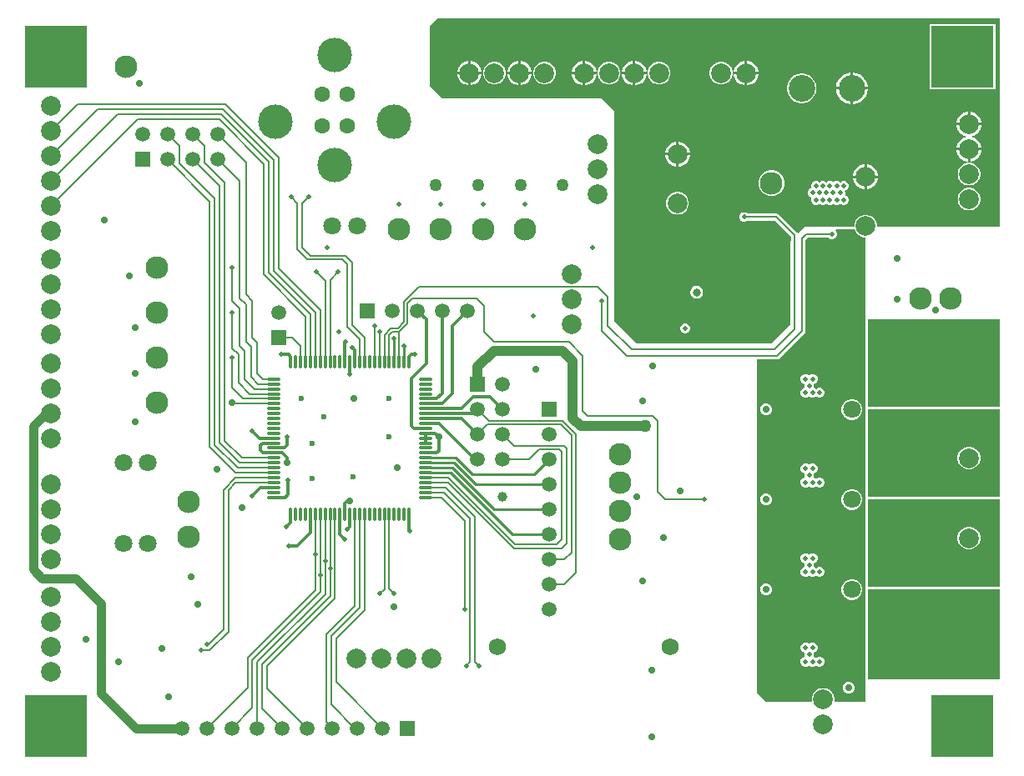
<source format=gtl>
G04*
G04 #@! TF.GenerationSoftware,Altium Limited,Altium Designer,22.8.2 (66)*
G04*
G04 Layer_Physical_Order=1*
G04 Layer_Color=255*
%FSLAX44Y44*%
%MOMM*%
G71*
G04*
G04 #@! TF.SameCoordinates,5F540E87-1B0C-4F24-9FDC-59AD78F45D3A*
G04*
G04*
G04 #@! TF.FilePolarity,Positive*
G04*
G01*
G75*
%ADD10C,0.2000*%
%ADD12C,0.2500*%
%ADD15C,0.3000*%
%ADD16O,0.3000X1.4500*%
%ADD17O,1.4500X0.3000*%
%ADD38C,0.9000*%
%ADD39C,1.0000*%
%ADD40C,0.3810*%
%ADD41C,2.3000*%
%ADD42C,2.0000*%
%ADD43C,1.8000*%
%ADD44R,1.5000X1.5000*%
%ADD45C,1.5000*%
%ADD46R,1.5000X1.5000*%
%ADD47C,1.7500*%
%ADD48C,2.7000*%
%ADD49C,3.5000*%
%ADD50C,1.6000*%
%ADD51R,6.3500X6.3500*%
%ADD52C,0.5000*%
%ADD53C,0.7000*%
%ADD54C,0.6000*%
%ADD55C,1.0000*%
%ADD56C,0.4900*%
%ADD57C,0.8000*%
%ADD58C,1.2700*%
G36*
X1456520Y938530D02*
X1332320D01*
Y940847D01*
X1331535Y943777D01*
X1330018Y946404D01*
X1327874Y948548D01*
X1325247Y950065D01*
X1322317Y950850D01*
X1319283D01*
X1316353Y950065D01*
X1313727Y948548D01*
X1311582Y946404D01*
X1310065Y943777D01*
X1309280Y940847D01*
Y938530D01*
X1258892D01*
X1252624Y932262D01*
X1251360Y932387D01*
X1251163Y932682D01*
X1232873Y950972D01*
X1231702Y951755D01*
X1230321Y952029D01*
X1201058D01*
X1200437Y952650D01*
X1198603Y953410D01*
X1196617D01*
X1194783Y952650D01*
X1193380Y951247D01*
X1192620Y949413D01*
Y947427D01*
X1193380Y945593D01*
X1194783Y944190D01*
X1196617Y943430D01*
X1198603D01*
X1200437Y944190D01*
X1201058Y944811D01*
X1228826D01*
X1245001Y928635D01*
Y924640D01*
X1244390Y924028D01*
Y839470D01*
X1225220Y820300D01*
X1088500D01*
X1065540Y843260D01*
Y1056630D01*
X1052830Y1069340D01*
X891580Y1069340D01*
X878840Y1082080D01*
Y1143000D01*
X886500Y1150660D01*
X1456520D01*
Y938530D01*
D02*
G37*
G36*
X1310065Y934883D02*
X1311582Y932256D01*
X1313727Y930112D01*
X1316353Y928595D01*
X1319283Y927810D01*
X1320800D01*
Y455930D01*
X1289909D01*
X1289136Y456938D01*
X1289140Y456953D01*
Y459987D01*
X1288355Y462917D01*
X1286838Y465544D01*
X1284693Y467688D01*
X1282067Y469205D01*
X1279137Y469990D01*
X1276103D01*
X1273173Y469205D01*
X1270546Y467688D01*
X1268402Y465544D01*
X1266885Y462917D01*
X1266100Y459987D01*
Y456953D01*
X1266104Y456938D01*
X1265331Y455930D01*
X1219910D01*
X1210310Y465530D01*
Y804111D01*
X1230843D01*
X1232224Y804385D01*
X1233395Y805168D01*
X1258582Y830355D01*
X1259365Y831526D01*
X1259639Y832907D01*
Y925488D01*
X1261822Y927670D01*
X1283062D01*
X1283683Y927049D01*
X1285517Y926289D01*
X1287503D01*
X1289337Y927049D01*
X1290740Y928453D01*
X1291500Y930287D01*
Y932272D01*
X1290740Y934106D01*
X1290176Y934670D01*
X1290702Y935940D01*
X1309280D01*
X1309756Y936035D01*
X1310065Y934883D01*
D02*
G37*
G36*
X1456520Y755701D02*
X1323390D01*
Y844551D01*
X1456520D01*
Y755701D01*
D02*
G37*
G36*
Y664260D02*
X1323390D01*
Y753111D01*
X1456520D01*
Y664260D01*
D02*
G37*
G36*
Y572820D02*
X1323390D01*
Y661670D01*
X1456520D01*
Y572820D01*
D02*
G37*
G36*
Y478790D02*
X1323390D01*
Y570230D01*
X1456520D01*
Y478790D01*
D02*
G37*
%LPC*%
G36*
X1201171Y1107280D02*
X1200790D01*
Y1096010D01*
X1212060D01*
Y1096391D01*
X1211205Y1099580D01*
X1209555Y1102440D01*
X1207220Y1104774D01*
X1204360Y1106425D01*
X1201171Y1107280D01*
D02*
G37*
G36*
X1198250D02*
X1197869D01*
X1194680Y1106425D01*
X1191820Y1104774D01*
X1189485Y1102440D01*
X1187835Y1099580D01*
X1186980Y1096391D01*
Y1096010D01*
X1198250D01*
Y1107280D01*
D02*
G37*
G36*
X1087501D02*
X1087120D01*
Y1096010D01*
X1098390D01*
Y1096391D01*
X1097535Y1099580D01*
X1095884Y1102440D01*
X1093550Y1104774D01*
X1090690Y1106425D01*
X1087501Y1107280D01*
D02*
G37*
G36*
X1084580D02*
X1084199D01*
X1081010Y1106425D01*
X1078150Y1104774D01*
X1075816Y1102440D01*
X1074165Y1099580D01*
X1073310Y1096391D01*
Y1096010D01*
X1084580D01*
Y1107280D01*
D02*
G37*
G36*
X1036701D02*
X1036320D01*
Y1096010D01*
X1047590D01*
Y1096391D01*
X1046735Y1099580D01*
X1045085Y1102440D01*
X1042750Y1104774D01*
X1039890Y1106425D01*
X1036701Y1107280D01*
D02*
G37*
G36*
X1033780D02*
X1033399D01*
X1030210Y1106425D01*
X1027350Y1104774D01*
X1025015Y1102440D01*
X1023365Y1099580D01*
X1022510Y1096391D01*
Y1096010D01*
X1033780D01*
Y1107280D01*
D02*
G37*
G36*
X971301D02*
X970920D01*
Y1096010D01*
X982190D01*
Y1096391D01*
X981335Y1099580D01*
X979685Y1102440D01*
X977350Y1104774D01*
X974490Y1106425D01*
X971301Y1107280D01*
D02*
G37*
G36*
X968380D02*
X967999D01*
X964810Y1106425D01*
X961950Y1104774D01*
X959615Y1102440D01*
X957965Y1099580D01*
X957110Y1096391D01*
Y1096010D01*
X968380D01*
Y1107280D01*
D02*
G37*
G36*
X920501D02*
X920120D01*
Y1096010D01*
X931390D01*
Y1096391D01*
X930535Y1099580D01*
X928885Y1102440D01*
X926550Y1104774D01*
X923690Y1106425D01*
X920501Y1107280D01*
D02*
G37*
G36*
X917580D02*
X917199D01*
X914010Y1106425D01*
X911150Y1104774D01*
X908816Y1102440D01*
X907165Y1099580D01*
X906310Y1096391D01*
Y1096010D01*
X917580D01*
Y1107280D01*
D02*
G37*
G36*
X1175637Y1106260D02*
X1172603D01*
X1169673Y1105475D01*
X1167047Y1103958D01*
X1164902Y1101814D01*
X1163385Y1099187D01*
X1162600Y1096257D01*
Y1093223D01*
X1163385Y1090293D01*
X1164902Y1087666D01*
X1167047Y1085522D01*
X1169673Y1084005D01*
X1172603Y1083220D01*
X1175637D01*
X1178567Y1084005D01*
X1181193Y1085522D01*
X1183338Y1087666D01*
X1184855Y1090293D01*
X1185640Y1093223D01*
Y1096257D01*
X1184855Y1099187D01*
X1183338Y1101814D01*
X1181193Y1103958D01*
X1178567Y1105475D01*
X1175637Y1106260D01*
D02*
G37*
G36*
X1112767D02*
X1109733D01*
X1106803Y1105475D01*
X1104176Y1103958D01*
X1102032Y1101814D01*
X1100515Y1099187D01*
X1099730Y1096257D01*
Y1093223D01*
X1100515Y1090293D01*
X1102032Y1087666D01*
X1104176Y1085522D01*
X1106803Y1084005D01*
X1109733Y1083220D01*
X1112767D01*
X1115697Y1084005D01*
X1118324Y1085522D01*
X1120468Y1087666D01*
X1121985Y1090293D01*
X1122770Y1093223D01*
Y1096257D01*
X1121985Y1099187D01*
X1120468Y1101814D01*
X1118324Y1103958D01*
X1115697Y1105475D01*
X1112767Y1106260D01*
D02*
G37*
G36*
X1061967D02*
X1058933D01*
X1056003Y1105475D01*
X1053376Y1103958D01*
X1051232Y1101814D01*
X1049715Y1099187D01*
X1048930Y1096257D01*
Y1093223D01*
X1049715Y1090293D01*
X1051232Y1087666D01*
X1053376Y1085522D01*
X1056003Y1084005D01*
X1058933Y1083220D01*
X1061967D01*
X1064897Y1084005D01*
X1067523Y1085522D01*
X1069668Y1087666D01*
X1071185Y1090293D01*
X1071970Y1093223D01*
Y1096257D01*
X1071185Y1099187D01*
X1069668Y1101814D01*
X1067523Y1103958D01*
X1064897Y1105475D01*
X1061967Y1106260D01*
D02*
G37*
G36*
X996567D02*
X993533D01*
X990603Y1105475D01*
X987977Y1103958D01*
X985832Y1101814D01*
X984315Y1099187D01*
X983530Y1096257D01*
Y1093223D01*
X984315Y1090293D01*
X985832Y1087666D01*
X987977Y1085522D01*
X990603Y1084005D01*
X993533Y1083220D01*
X996567D01*
X999497Y1084005D01*
X1002123Y1085522D01*
X1004268Y1087666D01*
X1005785Y1090293D01*
X1006570Y1093223D01*
Y1096257D01*
X1005785Y1099187D01*
X1004268Y1101814D01*
X1002123Y1103958D01*
X999497Y1105475D01*
X996567Y1106260D01*
D02*
G37*
G36*
X945767D02*
X942733D01*
X939803Y1105475D01*
X937177Y1103958D01*
X935032Y1101814D01*
X933515Y1099187D01*
X932730Y1096257D01*
Y1093223D01*
X933515Y1090293D01*
X935032Y1087666D01*
X937177Y1085522D01*
X939803Y1084005D01*
X942733Y1083220D01*
X945767D01*
X948697Y1084005D01*
X951323Y1085522D01*
X953468Y1087666D01*
X954985Y1090293D01*
X955770Y1093223D01*
Y1096257D01*
X954985Y1099187D01*
X953468Y1101814D01*
X951323Y1103958D01*
X948697Y1105475D01*
X945767Y1106260D01*
D02*
G37*
G36*
X1212060Y1093470D02*
X1200790D01*
Y1082200D01*
X1201171D01*
X1204360Y1083055D01*
X1207220Y1084706D01*
X1209555Y1087040D01*
X1211205Y1089900D01*
X1212060Y1093089D01*
Y1093470D01*
D02*
G37*
G36*
X1198250D02*
X1186980D01*
Y1093089D01*
X1187835Y1089900D01*
X1189485Y1087040D01*
X1191820Y1084706D01*
X1194680Y1083055D01*
X1197869Y1082200D01*
X1198250D01*
Y1093470D01*
D02*
G37*
G36*
X1098390D02*
X1087120D01*
Y1082200D01*
X1087501D01*
X1090690Y1083055D01*
X1093550Y1084706D01*
X1095884Y1087040D01*
X1097535Y1089900D01*
X1098390Y1093089D01*
Y1093470D01*
D02*
G37*
G36*
X1084580D02*
X1073310D01*
Y1093089D01*
X1074165Y1089900D01*
X1075816Y1087040D01*
X1078150Y1084706D01*
X1081010Y1083055D01*
X1084199Y1082200D01*
X1084580D01*
Y1093470D01*
D02*
G37*
G36*
X1047590D02*
X1036320D01*
Y1082200D01*
X1036701D01*
X1039890Y1083055D01*
X1042750Y1084706D01*
X1045085Y1087040D01*
X1046735Y1089900D01*
X1047590Y1093089D01*
Y1093470D01*
D02*
G37*
G36*
X1033780D02*
X1022510D01*
Y1093089D01*
X1023365Y1089900D01*
X1025015Y1087040D01*
X1027350Y1084706D01*
X1030210Y1083055D01*
X1033399Y1082200D01*
X1033780D01*
Y1093470D01*
D02*
G37*
G36*
X982190D02*
X970920D01*
Y1082200D01*
X971301D01*
X974490Y1083055D01*
X977350Y1084706D01*
X979685Y1087040D01*
X981335Y1089900D01*
X982190Y1093089D01*
Y1093470D01*
D02*
G37*
G36*
X968380D02*
X957110D01*
Y1093089D01*
X957965Y1089900D01*
X959615Y1087040D01*
X961950Y1084706D01*
X964810Y1083055D01*
X967999Y1082200D01*
X968380D01*
Y1093470D01*
D02*
G37*
G36*
X931390D02*
X920120D01*
Y1082200D01*
X920501D01*
X923690Y1083055D01*
X926550Y1084706D01*
X928885Y1087040D01*
X930535Y1089900D01*
X931390Y1093089D01*
Y1093470D01*
D02*
G37*
G36*
X917580D02*
X906310D01*
Y1093089D01*
X907165Y1089900D01*
X908816Y1087040D01*
X911150Y1084706D01*
X914010Y1083055D01*
X917199Y1082200D01*
X917580D01*
Y1093470D01*
D02*
G37*
G36*
X1308410Y1095280D02*
X1308100D01*
Y1080510D01*
X1322870D01*
Y1080820D01*
X1322254Y1083919D01*
X1321044Y1086838D01*
X1319289Y1089465D01*
X1317055Y1091699D01*
X1314428Y1093455D01*
X1311509Y1094664D01*
X1308410Y1095280D01*
D02*
G37*
G36*
X1305560D02*
X1305250D01*
X1302151Y1094664D01*
X1299232Y1093455D01*
X1296605Y1091699D01*
X1294371Y1089465D01*
X1292616Y1086838D01*
X1291406Y1083919D01*
X1290790Y1080820D01*
Y1080510D01*
X1305560D01*
Y1095280D01*
D02*
G37*
G36*
X1452380Y1144520D02*
X1385840D01*
Y1077980D01*
X1452380D01*
Y1144520D01*
D02*
G37*
G36*
X1257509Y1094260D02*
X1254551D01*
X1251649Y1093683D01*
X1248915Y1092551D01*
X1246455Y1090907D01*
X1244363Y1088815D01*
X1242719Y1086355D01*
X1241587Y1083621D01*
X1241010Y1080719D01*
Y1077761D01*
X1241587Y1074859D01*
X1242719Y1072125D01*
X1244363Y1069665D01*
X1246455Y1067573D01*
X1248915Y1065929D01*
X1251649Y1064797D01*
X1254551Y1064220D01*
X1257509D01*
X1260411Y1064797D01*
X1263145Y1065929D01*
X1265605Y1067573D01*
X1267697Y1069665D01*
X1269341Y1072125D01*
X1270473Y1074859D01*
X1271050Y1077761D01*
Y1080719D01*
X1270473Y1083621D01*
X1269341Y1086355D01*
X1267697Y1088815D01*
X1265605Y1090907D01*
X1263145Y1092551D01*
X1260411Y1093683D01*
X1257509Y1094260D01*
D02*
G37*
G36*
X1322870Y1077970D02*
X1308100D01*
Y1063200D01*
X1308410D01*
X1311509Y1063816D01*
X1314428Y1065025D01*
X1317055Y1066781D01*
X1319289Y1069015D01*
X1321044Y1071642D01*
X1322254Y1074561D01*
X1322870Y1077660D01*
Y1077970D01*
D02*
G37*
G36*
X1305560D02*
X1290790D01*
Y1077660D01*
X1291406Y1074561D01*
X1292616Y1071642D01*
X1294371Y1069015D01*
X1296605Y1066781D01*
X1299232Y1065025D01*
X1302151Y1063816D01*
X1305250Y1063200D01*
X1305560D01*
Y1077970D01*
D02*
G37*
G36*
X1427353Y1055464D02*
X1426972D01*
Y1044194D01*
X1438242D01*
Y1044575D01*
X1437387Y1047764D01*
X1435737Y1050624D01*
X1433402Y1052959D01*
X1430542Y1054609D01*
X1427353Y1055464D01*
D02*
G37*
G36*
X1424432D02*
X1424051D01*
X1420862Y1054609D01*
X1418002Y1052959D01*
X1415668Y1050624D01*
X1414017Y1047764D01*
X1413162Y1044575D01*
Y1044194D01*
X1424432D01*
Y1055464D01*
D02*
G37*
G36*
X1438242Y1041654D02*
X1425702D01*
X1413162D01*
Y1041273D01*
X1414017Y1038084D01*
X1415668Y1035224D01*
X1418002Y1032889D01*
X1420862Y1031239D01*
X1422195Y1030881D01*
Y1029567D01*
X1420862Y1029209D01*
X1418002Y1027559D01*
X1415668Y1025224D01*
X1414017Y1022364D01*
X1413162Y1019175D01*
Y1018794D01*
X1425702D01*
X1438242D01*
Y1019175D01*
X1437387Y1022364D01*
X1435737Y1025224D01*
X1433402Y1027559D01*
X1430542Y1029209D01*
X1429209Y1029567D01*
Y1030881D01*
X1430542Y1031239D01*
X1433402Y1032889D01*
X1435737Y1035224D01*
X1437387Y1038084D01*
X1438242Y1041273D01*
Y1041654D01*
D02*
G37*
G36*
X1131570Y1025060D02*
X1131189D01*
Y1013790D01*
X1142459D01*
Y1014171D01*
X1141605Y1017360D01*
X1139954Y1020220D01*
X1137619Y1022554D01*
X1134759Y1024205D01*
X1131570Y1025060D01*
D02*
G37*
G36*
X1128649D02*
X1128268D01*
X1125079Y1024205D01*
X1122219Y1022554D01*
X1119885Y1020220D01*
X1118234Y1017360D01*
X1117379Y1014171D01*
Y1013790D01*
X1128649D01*
Y1025060D01*
D02*
G37*
G36*
X1438242Y1016254D02*
X1426972D01*
Y1004984D01*
X1427353D01*
X1430542Y1005839D01*
X1433402Y1007489D01*
X1435737Y1009824D01*
X1437387Y1012684D01*
X1438242Y1015873D01*
Y1016254D01*
D02*
G37*
G36*
X1424432D02*
X1413162D01*
Y1015873D01*
X1414017Y1012684D01*
X1415668Y1009824D01*
X1418002Y1007489D01*
X1420862Y1005839D01*
X1424051Y1004984D01*
X1424432D01*
Y1016254D01*
D02*
G37*
G36*
X1142459Y1011250D02*
X1131189D01*
Y999980D01*
X1131570D01*
X1134759Y1000835D01*
X1137619Y1002486D01*
X1139954Y1004820D01*
X1141605Y1007680D01*
X1142459Y1010869D01*
Y1011250D01*
D02*
G37*
G36*
X1128649D02*
X1117379D01*
Y1010869D01*
X1118234Y1007680D01*
X1119885Y1004820D01*
X1122219Y1002486D01*
X1125079Y1000835D01*
X1128268Y999980D01*
X1128649D01*
Y1011250D01*
D02*
G37*
G36*
X1322451Y1001870D02*
X1322070D01*
Y990600D01*
X1333340D01*
Y990981D01*
X1332485Y994170D01*
X1330835Y997030D01*
X1328500Y999364D01*
X1325640Y1001015D01*
X1322451Y1001870D01*
D02*
G37*
G36*
X1319530D02*
X1319149D01*
X1315960Y1001015D01*
X1313100Y999364D01*
X1310766Y997030D01*
X1309115Y994170D01*
X1308260Y990981D01*
Y990600D01*
X1319530D01*
Y1001870D01*
D02*
G37*
G36*
X1299505Y985042D02*
X1297500D01*
X1295647Y984274D01*
X1295002Y983629D01*
X1294357Y984274D01*
X1292505Y985042D01*
X1290500D01*
X1288647Y984274D01*
X1288002Y983629D01*
X1287357Y984274D01*
X1285505Y985042D01*
X1283500D01*
X1281647Y984274D01*
X1281002Y983629D01*
X1280357Y984274D01*
X1278505Y985042D01*
X1276500D01*
X1274647Y984274D01*
X1274002Y983629D01*
X1273357Y984274D01*
X1271505Y985042D01*
X1269500D01*
X1267647Y984274D01*
X1266229Y982857D01*
X1265462Y981004D01*
Y978999D01*
X1265879Y977992D01*
X1264147Y977274D01*
X1262729Y975856D01*
X1261962Y974004D01*
Y971999D01*
X1262729Y970147D01*
X1264147Y968729D01*
X1265879Y968011D01*
X1265462Y967004D01*
Y964999D01*
X1266229Y963147D01*
X1267647Y961729D01*
X1269500Y960962D01*
X1271505D01*
X1273357Y961729D01*
X1274002Y962374D01*
X1274647Y961729D01*
X1276500Y960962D01*
X1278505D01*
X1280357Y961729D01*
X1281002Y962374D01*
X1281647Y961729D01*
X1283500Y960962D01*
X1285505D01*
X1287357Y961729D01*
X1288002Y962374D01*
X1288647Y961729D01*
X1290500Y960962D01*
X1292505D01*
X1294357Y961729D01*
X1295002Y962374D01*
X1295647Y961729D01*
X1297500Y960962D01*
X1299505D01*
X1301357Y961729D01*
X1302775Y963147D01*
X1303542Y964999D01*
Y967004D01*
X1302775Y968857D01*
X1301357Y970274D01*
X1299625Y970992D01*
X1300042Y971999D01*
Y974004D01*
X1299625Y975011D01*
X1301357Y975729D01*
X1302775Y977147D01*
X1303542Y978999D01*
Y981004D01*
X1302775Y982857D01*
X1301357Y984274D01*
X1299505Y985042D01*
D02*
G37*
G36*
X1427219Y1003644D02*
X1424185D01*
X1421255Y1002859D01*
X1418629Y1001342D01*
X1416484Y999197D01*
X1414967Y996571D01*
X1414182Y993641D01*
Y990607D01*
X1414967Y987677D01*
X1416484Y985051D01*
X1418629Y982906D01*
X1421255Y981389D01*
X1424185Y980604D01*
X1427219D01*
X1430149Y981389D01*
X1432776Y982906D01*
X1434920Y985051D01*
X1436437Y987677D01*
X1437222Y990607D01*
Y993641D01*
X1436437Y996571D01*
X1434920Y999197D01*
X1432776Y1001342D01*
X1430149Y1002859D01*
X1427219Y1003644D01*
D02*
G37*
G36*
X1333340Y988060D02*
X1322070D01*
Y976790D01*
X1322451D01*
X1325640Y977645D01*
X1328500Y979296D01*
X1330835Y981630D01*
X1332485Y984490D01*
X1333340Y987679D01*
Y988060D01*
D02*
G37*
G36*
X1319530D02*
X1308260D01*
Y987679D01*
X1309115Y984490D01*
X1310766Y981630D01*
X1313100Y979296D01*
X1315960Y977645D01*
X1319149Y976790D01*
X1319530D01*
Y988060D01*
D02*
G37*
G36*
X1227074Y996010D02*
X1223646D01*
X1220334Y995123D01*
X1217365Y993409D01*
X1214941Y990984D01*
X1213227Y988016D01*
X1212340Y984704D01*
Y981276D01*
X1213227Y977964D01*
X1214941Y974995D01*
X1217365Y972571D01*
X1220334Y970857D01*
X1223646Y969970D01*
X1227074D01*
X1230386Y970857D01*
X1233354Y972571D01*
X1235779Y974995D01*
X1237493Y977964D01*
X1238380Y981276D01*
Y984704D01*
X1237493Y988016D01*
X1235779Y990984D01*
X1233354Y993409D01*
X1230386Y995123D01*
X1227074Y996010D01*
D02*
G37*
G36*
X1427219Y978244D02*
X1424185D01*
X1421255Y977459D01*
X1418629Y975942D01*
X1416484Y973798D01*
X1414967Y971171D01*
X1414182Y968241D01*
Y965207D01*
X1414967Y962277D01*
X1416484Y959650D01*
X1418629Y957506D01*
X1421255Y955989D01*
X1424185Y955204D01*
X1427219D01*
X1430149Y955989D01*
X1432776Y957506D01*
X1434920Y959650D01*
X1436437Y962277D01*
X1437222Y965207D01*
Y968241D01*
X1436437Y971171D01*
X1434920Y973798D01*
X1432776Y975942D01*
X1430149Y977459D01*
X1427219Y978244D01*
D02*
G37*
G36*
X1131436Y974040D02*
X1128402D01*
X1125472Y973255D01*
X1122846Y971738D01*
X1120701Y969594D01*
X1119184Y966967D01*
X1118399Y964037D01*
Y961003D01*
X1119184Y958073D01*
X1120701Y955446D01*
X1122846Y953302D01*
X1125472Y951785D01*
X1128402Y951000D01*
X1131436D01*
X1134366Y951785D01*
X1136993Y953302D01*
X1139137Y955446D01*
X1140654Y958073D01*
X1141439Y961003D01*
Y964037D01*
X1140654Y966967D01*
X1139137Y969594D01*
X1136993Y971738D01*
X1134366Y973255D01*
X1131436Y974040D01*
D02*
G37*
G36*
X1150211Y878687D02*
X1148489D01*
X1146826Y878241D01*
X1145334Y877380D01*
X1144117Y876162D01*
X1143256Y874671D01*
X1142810Y873008D01*
Y871286D01*
X1143256Y869622D01*
X1144117Y868131D01*
X1145334Y866914D01*
X1146826Y866052D01*
X1148489Y865607D01*
X1150211D01*
X1151874Y866052D01*
X1153366Y866914D01*
X1154583Y868131D01*
X1155444Y869622D01*
X1155890Y871286D01*
Y873008D01*
X1155444Y874671D01*
X1154583Y876162D01*
X1153366Y877380D01*
X1151874Y878241D01*
X1150211Y878687D01*
D02*
G37*
G36*
X1138773Y840500D02*
X1136787D01*
X1134954Y839740D01*
X1133550Y838337D01*
X1132790Y836503D01*
Y834517D01*
X1133550Y832683D01*
X1134954Y831280D01*
X1136787Y830520D01*
X1138773D01*
X1140607Y831280D01*
X1142010Y832683D01*
X1142770Y834517D01*
Y836503D01*
X1142010Y838337D01*
X1140607Y839740D01*
X1138773Y840500D01*
D02*
G37*
G36*
X1268005Y789041D02*
X1266000D01*
X1264147Y788274D01*
X1263502Y787629D01*
X1262857Y788274D01*
X1261005Y789041D01*
X1258999D01*
X1257147Y788274D01*
X1255729Y786856D01*
X1254962Y785004D01*
Y782999D01*
X1255729Y781146D01*
X1257147Y779729D01*
X1258879Y779011D01*
X1258462Y778004D01*
Y775999D01*
X1258879Y774991D01*
X1257147Y774274D01*
X1255729Y772856D01*
X1254962Y771004D01*
Y768999D01*
X1255729Y767146D01*
X1257147Y765729D01*
X1258999Y764961D01*
X1261005D01*
X1262857Y765729D01*
X1263502Y766374D01*
X1264147Y765729D01*
X1266000Y764961D01*
X1268005D01*
X1269857Y765729D01*
X1270502Y766374D01*
X1271147Y765729D01*
X1273000Y764961D01*
X1275005D01*
X1276857Y765729D01*
X1278275Y767146D01*
X1279042Y768999D01*
Y771004D01*
X1278275Y772856D01*
X1276857Y774274D01*
X1275005Y775041D01*
X1273000D01*
X1271147Y774274D01*
X1270502Y773629D01*
X1269857Y774274D01*
X1268125Y774991D01*
X1268542Y775999D01*
Y778004D01*
X1268125Y779011D01*
X1269857Y779729D01*
X1271275Y781146D01*
X1272042Y782999D01*
Y785004D01*
X1271275Y786856D01*
X1269857Y788274D01*
X1268005Y789041D01*
D02*
G37*
G36*
X1220810Y759151D02*
X1218407D01*
X1216187Y758231D01*
X1214488Y756532D01*
X1213569Y754312D01*
Y751909D01*
X1214488Y749689D01*
X1216187Y747990D01*
X1218407Y747071D01*
X1220810D01*
X1223030Y747990D01*
X1224729Y749689D01*
X1225649Y751909D01*
Y754312D01*
X1224729Y756532D01*
X1223030Y758231D01*
X1220810Y759151D01*
D02*
G37*
G36*
X1308215Y763631D02*
X1305445D01*
X1302769Y762914D01*
X1300370Y761529D01*
X1298412Y759570D01*
X1297027Y757171D01*
X1296310Y754496D01*
Y751726D01*
X1297027Y749050D01*
X1298412Y746651D01*
X1300370Y744693D01*
X1302769Y743308D01*
X1305445Y742591D01*
X1308215D01*
X1310891Y743308D01*
X1313289Y744693D01*
X1315248Y746651D01*
X1316633Y749050D01*
X1317350Y751726D01*
Y754496D01*
X1316633Y757171D01*
X1315248Y759570D01*
X1313289Y761529D01*
X1310891Y762914D01*
X1308215Y763631D01*
D02*
G37*
G36*
X1268005Y698041D02*
X1266000D01*
X1264147Y697274D01*
X1263502Y696629D01*
X1262857Y697274D01*
X1261005Y698041D01*
X1258999D01*
X1257147Y697274D01*
X1255729Y695856D01*
X1254962Y694004D01*
Y691999D01*
X1255729Y690146D01*
X1257147Y688728D01*
X1258879Y688011D01*
X1258462Y687004D01*
Y684999D01*
X1258879Y683991D01*
X1257147Y683274D01*
X1255729Y681856D01*
X1254962Y680004D01*
Y677999D01*
X1255729Y676146D01*
X1257147Y674728D01*
X1258999Y673961D01*
X1261005D01*
X1262857Y674728D01*
X1263502Y675374D01*
X1264147Y674728D01*
X1266000Y673961D01*
X1268005D01*
X1269857Y674728D01*
X1270502Y675374D01*
X1271147Y674728D01*
X1273000Y673961D01*
X1275005D01*
X1276857Y674728D01*
X1278275Y676146D01*
X1279042Y677999D01*
Y680004D01*
X1278275Y681856D01*
X1276857Y683274D01*
X1275005Y684041D01*
X1273000D01*
X1271147Y683274D01*
X1270502Y682629D01*
X1269857Y683274D01*
X1268125Y683991D01*
X1268542Y684999D01*
Y687004D01*
X1268125Y688011D01*
X1269857Y688728D01*
X1271275Y690146D01*
X1272042Y691999D01*
Y694004D01*
X1271275Y695856D01*
X1269857Y697274D01*
X1268005Y698041D01*
D02*
G37*
G36*
X1220810Y667710D02*
X1218407D01*
X1216187Y666790D01*
X1214488Y665091D01*
X1213569Y662871D01*
Y660469D01*
X1214488Y658249D01*
X1216187Y656550D01*
X1218407Y655630D01*
X1220810D01*
X1223030Y656550D01*
X1224729Y658249D01*
X1225649Y660469D01*
Y662871D01*
X1224729Y665091D01*
X1223030Y666790D01*
X1220810Y667710D01*
D02*
G37*
G36*
X1308215Y672190D02*
X1305445D01*
X1302769Y671473D01*
X1300370Y670088D01*
X1298412Y668129D01*
X1297027Y665731D01*
X1296310Y663055D01*
Y660285D01*
X1297027Y657609D01*
X1298412Y655211D01*
X1300370Y653252D01*
X1302769Y651867D01*
X1305445Y651150D01*
X1308215D01*
X1310891Y651867D01*
X1313289Y653252D01*
X1315248Y655211D01*
X1316633Y657609D01*
X1317350Y660285D01*
Y663055D01*
X1316633Y665731D01*
X1315248Y668129D01*
X1313289Y670088D01*
X1310891Y671473D01*
X1308215Y672190D01*
D02*
G37*
G36*
X1268005Y607041D02*
X1266000D01*
X1264147Y606274D01*
X1263502Y605629D01*
X1262857Y606274D01*
X1261005Y607041D01*
X1258999D01*
X1257147Y606274D01*
X1255729Y604856D01*
X1254962Y603004D01*
Y600998D01*
X1255729Y599146D01*
X1257147Y597728D01*
X1258879Y597011D01*
X1258462Y596003D01*
Y593998D01*
X1258879Y592991D01*
X1257147Y592274D01*
X1255729Y590856D01*
X1254962Y589003D01*
Y586998D01*
X1255729Y585146D01*
X1257147Y583728D01*
X1258999Y582961D01*
X1261005D01*
X1262857Y583728D01*
X1263502Y584373D01*
X1264147Y583728D01*
X1266000Y582961D01*
X1268005D01*
X1269857Y583728D01*
X1270502Y584373D01*
X1271147Y583728D01*
X1273000Y582961D01*
X1275005D01*
X1276857Y583728D01*
X1278275Y585146D01*
X1279042Y586998D01*
Y589003D01*
X1278275Y590856D01*
X1276857Y592274D01*
X1275005Y593041D01*
X1273000D01*
X1271147Y592274D01*
X1270502Y591629D01*
X1269857Y592274D01*
X1268125Y592991D01*
X1268542Y593998D01*
Y596003D01*
X1268125Y597011D01*
X1269857Y597728D01*
X1271275Y599146D01*
X1272042Y600998D01*
Y603004D01*
X1271275Y604856D01*
X1269857Y606274D01*
X1268005Y607041D01*
D02*
G37*
G36*
X1220810Y576270D02*
X1218407D01*
X1216187Y575350D01*
X1214488Y573651D01*
X1213569Y571431D01*
Y569029D01*
X1214488Y566809D01*
X1216187Y565109D01*
X1218407Y564190D01*
X1220810D01*
X1223030Y565109D01*
X1224729Y566809D01*
X1225649Y569029D01*
Y571431D01*
X1224729Y573651D01*
X1223030Y575350D01*
X1220810Y576270D01*
D02*
G37*
G36*
X1308215Y580750D02*
X1305445D01*
X1302769Y580033D01*
X1300370Y578648D01*
X1298412Y576689D01*
X1297027Y574291D01*
X1296310Y571615D01*
Y568845D01*
X1297027Y566169D01*
X1298412Y563771D01*
X1300370Y561812D01*
X1302769Y560427D01*
X1305445Y559710D01*
X1308215D01*
X1310891Y560427D01*
X1313289Y561812D01*
X1315248Y563771D01*
X1316633Y566169D01*
X1317350Y568845D01*
Y571615D01*
X1316633Y574291D01*
X1315248Y576689D01*
X1313289Y578648D01*
X1310891Y580033D01*
X1308215Y580750D01*
D02*
G37*
G36*
X1268005Y516041D02*
X1266000D01*
X1264147Y515274D01*
X1263502Y514628D01*
X1262857Y515274D01*
X1261005Y516041D01*
X1258999D01*
X1257147Y515274D01*
X1255729Y513856D01*
X1254962Y512003D01*
Y509998D01*
X1255729Y508146D01*
X1257147Y506728D01*
X1258879Y506011D01*
X1258462Y505003D01*
Y502998D01*
X1258879Y501991D01*
X1257147Y501273D01*
X1255729Y499856D01*
X1254962Y498003D01*
Y495998D01*
X1255729Y494146D01*
X1257147Y492728D01*
X1258999Y491961D01*
X1261005D01*
X1262857Y492728D01*
X1263502Y493373D01*
X1264147Y492728D01*
X1266000Y491961D01*
X1268005D01*
X1269857Y492728D01*
X1270502Y493373D01*
X1271147Y492728D01*
X1273000Y491961D01*
X1275005D01*
X1276857Y492728D01*
X1278275Y494146D01*
X1279042Y495998D01*
Y498003D01*
X1278275Y499856D01*
X1276857Y501273D01*
X1275005Y502041D01*
X1273000D01*
X1271147Y501273D01*
X1270502Y500628D01*
X1269857Y501273D01*
X1268125Y501991D01*
X1268542Y502998D01*
Y505003D01*
X1268125Y506011D01*
X1269857Y506728D01*
X1271275Y508146D01*
X1272042Y509998D01*
Y512003D01*
X1271275Y513856D01*
X1269857Y515274D01*
X1268005Y516041D01*
D02*
G37*
G36*
X1304781Y476349D02*
X1302379D01*
X1300159Y475429D01*
X1298459Y473730D01*
X1297540Y471510D01*
Y469107D01*
X1298459Y466887D01*
X1300159Y465188D01*
X1302379Y464269D01*
X1304781D01*
X1307001Y465188D01*
X1308700Y466887D01*
X1309620Y469107D01*
Y471510D01*
X1308700Y473730D01*
X1307001Y475429D01*
X1304781Y476349D01*
D02*
G37*
G36*
X1427097Y715190D02*
X1424063D01*
X1421133Y714405D01*
X1418506Y712888D01*
X1416362Y710743D01*
X1414845Y708117D01*
X1414060Y705187D01*
Y702153D01*
X1414845Y699223D01*
X1416362Y696597D01*
X1418506Y694452D01*
X1421133Y692935D01*
X1424063Y692150D01*
X1427097D01*
X1430027Y692935D01*
X1432654Y694452D01*
X1434798Y696597D01*
X1436315Y699223D01*
X1437100Y702153D01*
Y705187D01*
X1436315Y708117D01*
X1434798Y710743D01*
X1432654Y712888D01*
X1430027Y714405D01*
X1427097Y715190D01*
D02*
G37*
G36*
Y633910D02*
X1424063D01*
X1421133Y633125D01*
X1418506Y631608D01*
X1416362Y629464D01*
X1414845Y626837D01*
X1414060Y623907D01*
Y620873D01*
X1414845Y617943D01*
X1416362Y615317D01*
X1418506Y613172D01*
X1421133Y611655D01*
X1424063Y610870D01*
X1427097D01*
X1430027Y611655D01*
X1432654Y613172D01*
X1434798Y615317D01*
X1436315Y617943D01*
X1437100Y620873D01*
Y623907D01*
X1436315Y626837D01*
X1434798Y629464D01*
X1432654Y631608D01*
X1430027Y633125D01*
X1427097Y633910D01*
D02*
G37*
%LPD*%
D10*
X1256030Y926983D02*
X1260327Y931279D01*
X1286510D01*
X1256030Y832907D02*
Y926983D01*
X999490Y575310D02*
X1015210D01*
X1027050Y587150D01*
Y728090D01*
X1013460Y741680D02*
X1027050Y728090D01*
X938530Y741680D02*
X1013460D01*
X927100Y753110D02*
X938530Y741680D01*
X927100Y727710D02*
X937260Y737870D01*
X1011396D02*
X1022550Y726716D01*
X937260Y737870D02*
X1011396D01*
X1022550Y607918D02*
Y726716D01*
X1015342Y600710D02*
X1022550Y607918D01*
X999490Y600710D02*
X1015342D01*
X1078230Y807720D02*
X1230843D01*
X1256030Y832907D01*
X1248611Y834479D02*
Y930130D01*
X1230321Y948420D02*
X1248611Y930130D01*
X1228201Y814070D02*
X1248611Y834479D01*
X1083310Y814070D02*
X1228201D01*
X1052830Y833120D02*
X1078230Y807720D01*
X1052830Y833120D02*
Y862960D01*
X1059180Y838200D02*
Y867410D01*
X867506Y877570D02*
X1049020D01*
X1059180Y867410D01*
Y838200D02*
X1083310Y814070D01*
X852456Y862520D02*
X867506Y877570D01*
X832560Y828040D02*
Y828654D01*
X839280Y835374D01*
X832560Y801150D02*
Y828040D01*
X839280Y835374D02*
X846100D01*
X852456Y841730D02*
Y862520D01*
X846100Y835374D02*
X852456Y841730D01*
X943610Y821690D02*
X1019810D01*
X1033780Y751840D02*
Y807720D01*
X1019810Y821690D02*
X1033780Y807720D01*
X933450Y831850D02*
X943610Y821690D01*
X847560Y831850D02*
X855980Y840270D01*
Y861060D01*
X840740Y831850D02*
X847560D01*
X1197610Y948420D02*
X1230321D01*
X1117600Y661670D02*
X1156970D01*
X1109980Y669290D02*
X1117600Y661670D01*
X1109980Y669290D02*
Y741680D01*
X1104900Y746760D02*
X1109980Y741680D01*
X1038860Y746760D02*
X1104900D01*
X1033780Y751840D02*
X1038860Y746760D01*
X933450Y831850D02*
Y858520D01*
X749300Y962660D02*
X755650Y969010D01*
X749300Y917661D02*
Y962660D01*
X737870Y969010D02*
X744300Y962580D01*
Y915590D02*
Y962580D01*
Y915590D02*
X754380Y905510D01*
X749300Y917661D02*
X757916Y909046D01*
X793476D01*
X754380Y905510D02*
X789940D01*
X793476Y909046D02*
X800100Y902421D01*
X789940Y905510D02*
X795100Y900350D01*
Y836850D02*
Y900350D01*
Y836850D02*
X807560Y824390D01*
X800100Y838921D02*
Y902421D01*
Y838921D02*
X812560Y826461D01*
Y801150D02*
Y826461D01*
X807560Y801150D02*
Y824390D01*
X762560Y605924D02*
Y646650D01*
Y569520D02*
Y605924D01*
X767560Y584924D02*
Y646650D01*
Y567449D02*
Y584924D01*
X693740Y500700D02*
X762560Y569520D01*
X652780Y429260D02*
X693740Y470220D01*
Y500700D01*
X703740Y496558D02*
X772560Y565378D01*
Y646650D01*
X703580Y429260D02*
X703740Y429420D01*
Y496558D01*
X698740Y498629D02*
X767560Y567449D01*
X698740Y449820D02*
Y498629D01*
X678180Y429260D02*
X698740Y449820D01*
X777560Y563307D02*
Y646650D01*
X708740Y494487D02*
X777560Y563307D01*
X708740Y449500D02*
X728980Y429260D01*
X708740Y449500D02*
Y494487D01*
X677950Y758900D02*
X720310D01*
X692150Y821690D02*
Y859790D01*
X685800Y866140D02*
Y896620D01*
Y866140D02*
X692150Y859790D01*
Y869950D02*
Y901700D01*
X698500Y826220D02*
Y863600D01*
X692150Y869950D02*
X698500Y863600D01*
X692150Y821690D02*
X697230Y816610D01*
X698500Y826220D02*
X703580Y821140D01*
X689130Y763900D02*
X720310D01*
X678180Y774850D02*
Y805660D01*
Y774850D02*
X689130Y763900D01*
X684530Y780054D02*
Y808990D01*
X695684Y768900D02*
X720310D01*
X684530Y780054D02*
X695684Y768900D01*
X690880Y783590D02*
X700570Y773900D01*
X720310D01*
X690880Y783590D02*
Y812800D01*
X704460Y778900D02*
X720310D01*
X697230Y786130D02*
X704460Y778900D01*
X697230Y786130D02*
Y816610D01*
X703580Y789940D02*
X709620Y783900D01*
X720310D01*
X703580Y789940D02*
Y821140D01*
X692150Y901700D02*
Y1004030D01*
X663580Y1032600D02*
X692150Y1004030D01*
X685800Y817880D02*
X690880Y812800D01*
X685800Y817880D02*
Y855980D01*
X678180Y863600D02*
X685800Y855980D01*
X678180Y815340D02*
X684530Y808990D01*
X678180Y815340D02*
Y851380D01*
Y863600D02*
Y897100D01*
X677950Y759710D02*
X678180Y759940D01*
X677950Y758900D02*
Y759710D01*
X837560Y570870D02*
Y646650D01*
Y570870D02*
X842010Y566420D01*
X828280D02*
X832560Y570700D01*
Y646650D01*
X925830Y866140D02*
X933450Y858520D01*
X861060Y866140D02*
X925830D01*
X855980Y861060D02*
X861060Y866140D01*
X847560Y801150D02*
Y831850D01*
X837560Y828670D02*
X840740Y831850D01*
X837560Y801150D02*
Y828670D01*
X738588Y826382D02*
X747560Y817410D01*
Y801150D02*
Y817410D01*
X725170Y826382D02*
X738588D01*
X777560Y801150D02*
Y884670D01*
X785700Y892810D01*
X772560Y801150D02*
Y883950D01*
X763700Y892810D02*
X772560Y883950D01*
X914400Y550060D02*
Y640080D01*
X924400Y496730D02*
X928280Y492850D01*
X915520D02*
X919400Y496730D01*
Y642151D01*
X924400Y496730D02*
Y644222D01*
X892651Y668900D02*
X919400Y642151D01*
X890580Y663900D02*
X914400Y640080D01*
X894722Y673900D02*
X924400Y644222D01*
X874810Y673900D02*
X894722D01*
X874810Y668900D02*
X892651D01*
X874810Y663900D02*
X890580D01*
X655409Y508638D02*
X674370Y527599D01*
X646430Y508638D02*
X655409D01*
X652780Y514350D02*
X654050D01*
X674370Y527599D02*
Y671463D01*
X654050Y514350D02*
X669370Y529670D01*
Y671463D01*
X681807Y683900D01*
X674370Y671463D02*
X681807Y678900D01*
Y683900D02*
X720310D01*
X681807Y678900D02*
X720310D01*
X582210Y1047750D02*
X664940D01*
X563880Y1029420D02*
X582210Y1047750D01*
X494670Y985610D02*
X561810Y1052750D01*
X667011D01*
X541410Y1057750D02*
X669082D01*
X494670Y1011010D02*
X541410Y1057750D01*
X521010Y1062750D02*
X671153D01*
X494670Y1036410D02*
X521010Y1062750D01*
X507546Y973086D02*
X563880Y1029420D01*
X494670Y960210D02*
X507546Y973086D01*
X664940Y1047750D02*
X710170Y1002520D01*
X671153Y1062750D02*
X725170Y1008733D01*
X669082Y1057750D02*
X720170Y1006662D01*
X667011Y1052750D02*
X715170Y1004591D01*
X710170Y890030D02*
Y1002520D01*
Y890030D02*
X752560Y847640D01*
X715170Y892101D02*
Y1004591D01*
Y892101D02*
X757560Y849711D01*
X720170Y894172D02*
Y1006662D01*
Y894172D02*
X762560Y851782D01*
X725170Y896243D02*
Y1008733D01*
Y896243D02*
X767560Y853853D01*
Y801150D02*
Y853853D01*
X762560Y801150D02*
Y851782D01*
X757560Y801150D02*
Y849711D01*
X752560Y801150D02*
Y847640D01*
X660560Y717218D02*
Y967580D01*
X665560Y719289D02*
Y979820D01*
X670560Y721360D02*
Y983710D01*
X655560Y715147D02*
Y964420D01*
X685800Y896620D02*
Y984980D01*
X612780Y1032600D02*
X624840Y1020540D01*
Y1003300D02*
X660560Y967580D01*
X624840Y1003300D02*
Y1020540D01*
X646716Y998664D02*
X665560Y979820D01*
X650240Y1004030D02*
X670560Y983710D01*
X650240Y1004030D02*
Y1020540D01*
X638180Y1007200D02*
X646716Y998664D01*
X612780Y1007200D02*
X655560Y964420D01*
X638180Y1032600D02*
X650240Y1020540D01*
X663580Y1007200D02*
X685800Y984980D01*
X655560Y715147D02*
X681807Y688900D01*
X660560Y717218D02*
X683878Y693900D01*
X670560Y721360D02*
X688020Y703900D01*
X720310D01*
X665560Y719289D02*
X685949Y698900D01*
X720310D01*
X683878Y693900D02*
X720310D01*
X681807Y688900D02*
X720310D01*
X713740Y469900D02*
X754380Y429260D01*
X713740Y469900D02*
Y492416D01*
X782560Y561236D01*
Y646650D01*
X783590Y476250D02*
Y520528D01*
Y476250D02*
X786828Y473012D01*
X830580Y429260D01*
X802640D02*
X805180D01*
X778590Y453310D02*
Y522599D01*
Y453310D02*
X802640Y429260D01*
X773590Y435450D02*
X779780Y429260D01*
X773590Y435450D02*
Y524670D01*
X783590Y520528D02*
X812560Y549498D01*
Y646650D01*
X778590Y522599D02*
X807560Y551569D01*
Y646650D01*
X773590Y524670D02*
X802560Y553640D01*
Y646650D01*
X822560Y801150D02*
Y837800D01*
X827560Y801150D02*
Y831850D01*
X963930Y612140D02*
X1012190D01*
X897170Y678900D02*
X963930Y612140D01*
X874810Y678900D02*
X897170D01*
X965200Y615950D02*
X1007110D01*
X897250Y683900D02*
X965200Y615950D01*
X874810Y683900D02*
X897250D01*
X1012190Y612140D02*
X1017270Y617220D01*
X1007110Y615950D02*
X1012190Y621030D01*
X1017270Y617220D02*
Y713740D01*
X1014730Y716280D02*
X1017270Y713740D01*
X963930Y716280D02*
X1014730D01*
X952500Y727710D02*
X963930Y716280D01*
X1009650Y712470D02*
X1012190Y709930D01*
X979170Y702310D02*
X989330Y712470D01*
X1009650D01*
X952500Y702310D02*
X979170D01*
X1012190Y621030D02*
Y709930D01*
D12*
X842560Y801150D02*
Y825500D01*
X852560Y801150D02*
Y817490D01*
X899480Y688900D02*
X962270Y626110D01*
X999490D01*
X874810Y688900D02*
X899480D01*
X943610Y651510D02*
X999490D01*
X901220Y693900D02*
X943610Y651510D01*
X874810Y693900D02*
X901220D01*
X903184Y698900D02*
X925174Y676910D01*
X999490D01*
X874810Y698900D02*
X903184D01*
X905014Y703900D02*
X921844Y687070D01*
X984250D01*
X874810Y703900D02*
X905014D01*
X984250Y687070D02*
X999490Y702310D01*
D15*
X795020Y660400D02*
X797560D01*
X792560Y657940D02*
X795020Y660400D01*
X792560Y646650D02*
Y657940D01*
X734060Y698900D02*
Y703900D01*
X729060Y708900D02*
X734060Y703900D01*
X720310Y708900D02*
X729060D01*
X709375Y718900D02*
X720310D01*
X706920Y716445D02*
X709375Y718900D01*
X706920Y711670D02*
Y716445D01*
Y711670D02*
X709690Y708900D01*
X720310D01*
X874810Y723900D02*
Y728900D01*
Y718900D02*
Y723900D01*
X887970Y711200D02*
Y724918D01*
X885670Y708900D02*
X887970Y711200D01*
X874810Y708900D02*
X885670D01*
X883988Y728900D02*
X887970Y724918D01*
X874810Y728900D02*
X883988D01*
X797560Y788670D02*
Y801150D01*
X744220Y614680D02*
X757560Y628020D01*
X735330Y614680D02*
X744220D01*
X734957Y666836D02*
Y681370D01*
X732021Y663900D02*
X734957Y666836D01*
X720310Y663900D02*
X732021D01*
X734060Y716823D02*
Y725170D01*
X731137Y713900D02*
X734060Y716823D01*
X720310Y713900D02*
X731137D01*
X727560Y808990D02*
X735330D01*
X737560Y806760D01*
Y801150D02*
Y806760D01*
X792560Y820687D02*
X793473Y821600D01*
X792560Y801150D02*
Y820687D01*
X800250Y815646D02*
X802560Y813336D01*
Y801150D02*
Y813336D01*
X859790Y808990D02*
X863600D01*
X857560Y806760D02*
X859790Y808990D01*
X857560Y801150D02*
Y806760D01*
Y630920D02*
X858560Y629920D01*
X857560Y630920D02*
Y646650D01*
X795020Y631190D02*
X797560Y633730D01*
Y646650D01*
X787560Y626030D02*
X792560Y621030D01*
X787560Y626030D02*
Y646650D01*
X732790Y633730D02*
X737560Y638500D01*
Y646650D01*
X698500Y665480D02*
X706920Y673900D01*
X720310D01*
X698500Y731520D02*
X706120Y723900D01*
X720310D01*
X757560Y628020D02*
Y646650D01*
X874810Y753900D02*
X910910D01*
X922820Y765810D02*
X939800D01*
X910910Y753900D02*
X922820Y765810D01*
X939800D02*
X952500Y753110D01*
X874810Y748900D02*
X922890D01*
X927100Y753110D01*
X910910Y743900D02*
X927100Y727710D01*
X874810Y743900D02*
X910910D01*
X874810Y738900D02*
X887970D01*
X924560Y702310D01*
X927100D01*
X859790Y784860D02*
X875030Y800100D01*
X866140Y853440D02*
X875030Y844550D01*
Y800100D02*
Y844550D01*
X901700Y769620D02*
Y838200D01*
X916940Y853440D01*
X890980Y758900D02*
X901700Y769620D01*
X874810Y758900D02*
X890980D01*
X891540Y769620D02*
Y853440D01*
X885820Y763900D02*
X891540Y769620D01*
X874810Y763900D02*
X885820D01*
X859790Y736600D02*
Y784860D01*
Y736600D02*
X862490Y733900D01*
X874810D01*
D16*
X782560Y646650D02*
D03*
X777560D02*
D03*
X767560D02*
D03*
X772560D02*
D03*
X762560D02*
D03*
X802560D02*
D03*
X807560D02*
D03*
X812560D02*
D03*
X857560D02*
D03*
X852560D02*
D03*
X847560D02*
D03*
X842560D02*
D03*
X837560D02*
D03*
X832560D02*
D03*
X827560D02*
D03*
X822560D02*
D03*
X817560D02*
D03*
X797560D02*
D03*
X792560D02*
D03*
X787560D02*
D03*
X757560D02*
D03*
X752560D02*
D03*
X747560D02*
D03*
X742560D02*
D03*
X737560D02*
D03*
Y801150D02*
D03*
X742560D02*
D03*
X747560D02*
D03*
X752560D02*
D03*
X757560D02*
D03*
X762560D02*
D03*
X767560D02*
D03*
X772560D02*
D03*
X777560D02*
D03*
X782560D02*
D03*
X787560D02*
D03*
X792560D02*
D03*
X797560D02*
D03*
X802560D02*
D03*
X807560D02*
D03*
X812560D02*
D03*
X817560D02*
D03*
X822560D02*
D03*
X827560D02*
D03*
X832560D02*
D03*
X837560D02*
D03*
X842560D02*
D03*
X847560D02*
D03*
X852560D02*
D03*
X857560D02*
D03*
D17*
X720310Y663900D02*
D03*
Y668900D02*
D03*
Y673900D02*
D03*
Y678900D02*
D03*
Y683900D02*
D03*
Y688900D02*
D03*
Y693900D02*
D03*
Y698900D02*
D03*
Y703900D02*
D03*
Y708900D02*
D03*
Y713900D02*
D03*
Y718900D02*
D03*
Y723900D02*
D03*
Y728900D02*
D03*
Y733900D02*
D03*
Y738900D02*
D03*
Y743900D02*
D03*
Y748900D02*
D03*
Y753900D02*
D03*
Y758900D02*
D03*
Y763900D02*
D03*
Y768900D02*
D03*
Y773900D02*
D03*
Y778900D02*
D03*
Y783900D02*
D03*
X874810D02*
D03*
Y778900D02*
D03*
Y773900D02*
D03*
Y768900D02*
D03*
Y763900D02*
D03*
Y758900D02*
D03*
Y753900D02*
D03*
Y748900D02*
D03*
Y743900D02*
D03*
Y738900D02*
D03*
Y733900D02*
D03*
Y728900D02*
D03*
Y723900D02*
D03*
Y718900D02*
D03*
Y713900D02*
D03*
Y708900D02*
D03*
Y703900D02*
D03*
Y698900D02*
D03*
Y693900D02*
D03*
Y688900D02*
D03*
Y683900D02*
D03*
Y678900D02*
D03*
Y673900D02*
D03*
Y668900D02*
D03*
Y663900D02*
D03*
D38*
X544830Y464820D02*
Y556260D01*
Y464820D02*
X580390Y429260D01*
X519430Y581660D02*
X544830Y556260D01*
X485140Y581660D02*
X519430D01*
X580390Y429260D02*
X627380D01*
X476250Y590550D02*
X485140Y581660D01*
X476250Y590550D02*
Y736600D01*
X489040Y749390D01*
X494670D01*
D39*
X976630Y812800D02*
X1013460D01*
X943610D02*
X976630D01*
X1031754Y736086D02*
X1097280D01*
X1023620Y744220D02*
X1031754Y736086D01*
X1023620Y744220D02*
Y802640D01*
X1013460Y812800D02*
X1023620Y802640D01*
X927100Y796290D02*
X943610Y812800D01*
X927100Y778510D02*
Y796290D01*
D40*
X852170Y817880D02*
X852560Y817490D01*
D41*
X601980Y759940D02*
D03*
X847090Y935910D02*
D03*
X975360D02*
D03*
X932603D02*
D03*
X889847D02*
D03*
X570230Y1101090D02*
D03*
X1225360Y982990D02*
D03*
X1407160Y866140D02*
D03*
X1376680D02*
D03*
X1071800Y707390D02*
D03*
Y621030D02*
D03*
Y649817D02*
D03*
Y678603D02*
D03*
X633730Y659130D02*
D03*
Y623570D02*
D03*
X601980Y897100D02*
D03*
Y851380D02*
D03*
Y805660D02*
D03*
D42*
X1174120Y1094740D02*
D03*
X1199520D02*
D03*
X494670Y829400D02*
D03*
Y854800D02*
D03*
Y774790D02*
D03*
Y800190D02*
D03*
Y723990D02*
D03*
Y749390D02*
D03*
X1425702Y966724D02*
D03*
Y992124D02*
D03*
Y1017524D02*
D03*
Y1042924D02*
D03*
X1129919Y1012520D02*
D03*
Y962520D02*
D03*
X918850Y1094740D02*
D03*
X944250D02*
D03*
X969650D02*
D03*
X995050D02*
D03*
X1060450D02*
D03*
X1035050D02*
D03*
X1085850D02*
D03*
X1111250D02*
D03*
X1320800Y939330D02*
D03*
Y989330D02*
D03*
X1049020Y1022350D02*
D03*
Y996950D02*
D03*
Y971550D02*
D03*
X1022350Y890270D02*
D03*
Y864870D02*
D03*
Y839470D02*
D03*
X1277620Y458470D02*
D03*
Y433070D02*
D03*
X494670Y905600D02*
D03*
Y880200D02*
D03*
Y486500D02*
D03*
Y511900D02*
D03*
Y537300D02*
D03*
Y562700D02*
D03*
Y600800D02*
D03*
Y626200D02*
D03*
Y651600D02*
D03*
Y677000D02*
D03*
X879950Y500380D02*
D03*
X854550D02*
D03*
X829150D02*
D03*
X803750D02*
D03*
X1425580Y622390D02*
D03*
Y647790D02*
D03*
Y678270D02*
D03*
Y703670D02*
D03*
X494670Y934810D02*
D03*
Y1061810D02*
D03*
Y1036410D02*
D03*
Y1011010D02*
D03*
Y985610D02*
D03*
Y960210D02*
D03*
D43*
X567830Y698900D02*
D03*
X592830D02*
D03*
X592610Y617220D02*
D03*
X567610D02*
D03*
X1306830Y661670D02*
D03*
X1281830D02*
D03*
X1306830Y570230D02*
D03*
X1281830D02*
D03*
X1306830Y753111D02*
D03*
X1281830D02*
D03*
X779980Y939800D02*
D03*
X804980D02*
D03*
D44*
X999490Y753110D02*
D03*
X927100Y778510D02*
D03*
X725170Y826382D02*
D03*
D45*
X999490Y702310D02*
D03*
Y676910D02*
D03*
Y651510D02*
D03*
Y626110D02*
D03*
Y600710D02*
D03*
Y575310D02*
D03*
Y549910D02*
D03*
Y727710D02*
D03*
X587380Y1032600D02*
D03*
X612780Y1007200D02*
D03*
Y1032600D02*
D03*
X638180Y1007200D02*
D03*
Y1032600D02*
D03*
X663580Y1007200D02*
D03*
Y1032600D02*
D03*
X952500Y778510D02*
D03*
X927100Y753110D02*
D03*
X952500D02*
D03*
X927100Y727710D02*
D03*
X952500D02*
D03*
X927100Y702310D02*
D03*
X952500D02*
D03*
X840740Y853440D02*
D03*
X866140D02*
D03*
X891540D02*
D03*
X916940D02*
D03*
X725170Y851782D02*
D03*
X805180Y429260D02*
D03*
X627380D02*
D03*
X652780D02*
D03*
X678180D02*
D03*
X703580D02*
D03*
X728980D02*
D03*
X754380D02*
D03*
X779780D02*
D03*
X830580D02*
D03*
D46*
X587380Y1007200D02*
D03*
X815340Y853440D02*
D03*
X855980Y429260D02*
D03*
D47*
X947550Y511837D02*
D03*
X1122550D02*
D03*
D48*
X1256030Y1079240D02*
D03*
X1306830D02*
D03*
D49*
X782120Y1001450D02*
D03*
Y1113350D02*
D03*
X842270Y1045550D02*
D03*
X721970D02*
D03*
D50*
X794620Y1073150D02*
D03*
X769620D02*
D03*
Y1040950D02*
D03*
X794620D02*
D03*
D51*
X1419110Y431250D02*
D03*
Y1111250D02*
D03*
X499110Y431250D02*
D03*
Y1111250D02*
D03*
D52*
X1115001Y960001D02*
D03*
X1110001Y910001D02*
D03*
X1115001Y860001D02*
D03*
X1110001Y850001D02*
D03*
X1115001Y840001D02*
D03*
X1110001Y830000D02*
D03*
X1105001Y960001D02*
D03*
X1100001Y950001D02*
D03*
X1105001Y940001D02*
D03*
X1100001Y930001D02*
D03*
X1105001Y920001D02*
D03*
X1100001Y910001D02*
D03*
X1105001Y860001D02*
D03*
X1100001Y850001D02*
D03*
X1105001Y840001D02*
D03*
X1100001Y830000D02*
D03*
X1095001Y960001D02*
D03*
X1090001Y950001D02*
D03*
X1095001Y940001D02*
D03*
X1090001Y930001D02*
D03*
X1095001Y920001D02*
D03*
X1090001Y910001D02*
D03*
X1095001Y860001D02*
D03*
X1085001Y960001D02*
D03*
X1080001Y950001D02*
D03*
X1085001Y940001D02*
D03*
X1080001Y930001D02*
D03*
X1085001Y920001D02*
D03*
Y860001D02*
D03*
X1075001Y960001D02*
D03*
X1070001Y950001D02*
D03*
X1075001Y940001D02*
D03*
X1070001Y930001D02*
D03*
X1075001Y920001D02*
D03*
X1298502Y980002D02*
D03*
X1295002Y973002D02*
D03*
X1298502Y966002D02*
D03*
X1291502Y980002D02*
D03*
X1288002Y973002D02*
D03*
X1291502Y966002D02*
D03*
X1284502Y980002D02*
D03*
X1281002Y973002D02*
D03*
X1284502Y966002D02*
D03*
X1277502Y980002D02*
D03*
X1274002Y973002D02*
D03*
X1277502Y966002D02*
D03*
X1270502Y980002D02*
D03*
X1267002Y973002D02*
D03*
X1270502Y966002D02*
D03*
X1274002Y497001D02*
D03*
X1267002Y511001D02*
D03*
Y497001D02*
D03*
X1260002Y511001D02*
D03*
X1263502Y504001D02*
D03*
X1260002Y497001D02*
D03*
X1274002Y588001D02*
D03*
X1267002Y602001D02*
D03*
Y588001D02*
D03*
X1260002Y602001D02*
D03*
X1263502Y595001D02*
D03*
X1260002Y588001D02*
D03*
X1274002Y679001D02*
D03*
X1267002Y693001D02*
D03*
Y679001D02*
D03*
X1260002Y693001D02*
D03*
X1263502Y686001D02*
D03*
X1260002Y679001D02*
D03*
X1274002Y770001D02*
D03*
X1267002Y784001D02*
D03*
Y770001D02*
D03*
X1260002Y784001D02*
D03*
X1263502Y777001D02*
D03*
X1260002Y770001D02*
D03*
X1316002Y899001D02*
D03*
Y892001D02*
D03*
Y885001D02*
D03*
Y878001D02*
D03*
Y871001D02*
D03*
Y864001D02*
D03*
Y857001D02*
D03*
X1309002Y906002D02*
D03*
Y899001D02*
D03*
Y892001D02*
D03*
Y885001D02*
D03*
Y878001D02*
D03*
Y871001D02*
D03*
Y864001D02*
D03*
Y857001D02*
D03*
Y850001D02*
D03*
X1302002Y857001D02*
D03*
Y850001D02*
D03*
X1295002Y857001D02*
D03*
Y850001D02*
D03*
X1288002Y857001D02*
D03*
Y850001D02*
D03*
X1281002Y857001D02*
D03*
Y850001D02*
D03*
X1274002Y857001D02*
D03*
Y850001D02*
D03*
X1267002Y857001D02*
D03*
Y850001D02*
D03*
Y808001D02*
D03*
Y801001D02*
D03*
Y717001D02*
D03*
Y710001D02*
D03*
Y626001D02*
D03*
Y619001D02*
D03*
Y535001D02*
D03*
Y528001D02*
D03*
X1260002Y808001D02*
D03*
Y801001D02*
D03*
Y717001D02*
D03*
Y710001D02*
D03*
Y626001D02*
D03*
Y619001D02*
D03*
Y535001D02*
D03*
Y528001D02*
D03*
X1440000Y488000D02*
D03*
X1425000D02*
D03*
X1395000D02*
D03*
X1365000Y548000D02*
D03*
Y518000D02*
D03*
Y488000D02*
D03*
X1350000Y548000D02*
D03*
X1357500Y533000D02*
D03*
X1350000Y518000D02*
D03*
X1357500Y503000D02*
D03*
X1350000Y488000D02*
D03*
X1335000D02*
D03*
X1450001Y640000D02*
D03*
Y600000D02*
D03*
X1410001Y640000D02*
D03*
X1400001Y620000D02*
D03*
X1410001Y600000D02*
D03*
X1400001Y580000D02*
D03*
X1390001Y640000D02*
D03*
X1380001Y620000D02*
D03*
X1390001Y600000D02*
D03*
X1380001Y580000D02*
D03*
X1370001Y640000D02*
D03*
X1360001Y620000D02*
D03*
X1370001Y600000D02*
D03*
X1360001Y580000D02*
D03*
X1350001Y640000D02*
D03*
Y600000D02*
D03*
X1450001Y740000D02*
D03*
Y700000D02*
D03*
X1440001Y680000D02*
D03*
X1410001Y740000D02*
D03*
X1400001Y720000D02*
D03*
X1410001Y700000D02*
D03*
X1400001Y680000D02*
D03*
X1390001Y740000D02*
D03*
X1380001Y720000D02*
D03*
X1390001Y700000D02*
D03*
X1380001Y680000D02*
D03*
X1370001Y740000D02*
D03*
X1360001Y720000D02*
D03*
X1370001Y700000D02*
D03*
X1360001Y680000D02*
D03*
X1350001Y700000D02*
D03*
X1340001Y680000D02*
D03*
X1447500Y840000D02*
D03*
X1432500D02*
D03*
X1417500D02*
D03*
X1402500D02*
D03*
X1387500D02*
D03*
X1372500D02*
D03*
X1365000Y825000D02*
D03*
Y795000D02*
D03*
Y765000D02*
D03*
X1357500Y840000D02*
D03*
X1350000Y825000D02*
D03*
X1357500Y810000D02*
D03*
X1350000Y795000D02*
D03*
X1357500Y780000D02*
D03*
X1342500Y840000D02*
D03*
X1327500D02*
D03*
D53*
X584190Y1084590D02*
D03*
X842645Y552900D02*
D03*
X1391920Y853642D02*
D03*
X1352910Y865119D02*
D03*
Y906779D02*
D03*
X797560Y660400D02*
D03*
X734060Y698900D02*
D03*
X887970Y724918D02*
D03*
X802005Y764390D02*
D03*
X845820Y693900D02*
D03*
X985929Y794110D02*
D03*
X1303580Y470309D02*
D03*
X1219609Y753111D02*
D03*
Y661670D02*
D03*
Y570230D02*
D03*
X548560Y945741D02*
D03*
X573560Y889100D02*
D03*
X579480Y835850D02*
D03*
Y789820D02*
D03*
X580121Y740940D02*
D03*
X662560Y692320D02*
D03*
X688020Y653571D02*
D03*
X613819Y461310D02*
D03*
X529740Y519430D02*
D03*
X636529Y582930D02*
D03*
X643631Y555410D02*
D03*
X606780Y510630D02*
D03*
X562730Y496691D02*
D03*
X1104039Y487980D02*
D03*
Y420099D02*
D03*
X1088300Y664210D02*
D03*
X1132840Y670560D02*
D03*
X1115970Y622700D02*
D03*
X1094300Y578606D02*
D03*
Y761486D02*
D03*
X1104900Y797560D02*
D03*
X678180Y759940D02*
D03*
D54*
X837560Y764390D02*
D03*
X747880D02*
D03*
X770945Y745863D02*
D03*
X837560Y724918D02*
D03*
X800735Y684680D02*
D03*
X759610Y718185D02*
D03*
Y682625D02*
D03*
D55*
X952500Y664210D02*
D03*
D56*
X1137780Y835510D02*
D03*
X1043650Y917090D02*
D03*
X983690Y848360D02*
D03*
X975360Y961590D02*
D03*
X932603D02*
D03*
X847090D02*
D03*
X889847D02*
D03*
X774915Y917090D02*
D03*
X797560Y788670D02*
D03*
X785980Y832130D02*
D03*
X1286510Y931279D02*
D03*
X1052830Y862960D02*
D03*
X976630Y812800D02*
D03*
X735330Y614680D02*
D03*
X755650Y969010D02*
D03*
X737870D02*
D03*
X1197610Y948420D02*
D03*
X762560Y605924D02*
D03*
X772560Y598924D02*
D03*
X777560Y591924D02*
D03*
X767560Y584924D02*
D03*
X734957Y681370D02*
D03*
X734060Y725170D02*
D03*
X727560Y808990D02*
D03*
X793473Y821600D02*
D03*
X800250Y815646D02*
D03*
X863600Y808990D02*
D03*
X858560Y629920D02*
D03*
X795020Y631190D02*
D03*
X792560Y621030D02*
D03*
X732790Y633730D02*
D03*
X698500Y665480D02*
D03*
Y731520D02*
D03*
X678180Y851380D02*
D03*
X842010Y566420D02*
D03*
X828280D02*
D03*
X1156970Y661670D02*
D03*
X763700Y892810D02*
D03*
X785700D02*
D03*
X914400Y550060D02*
D03*
X928280Y492850D02*
D03*
X915520D02*
D03*
X652780Y514350D02*
D03*
X646430Y508638D02*
D03*
X678180Y897100D02*
D03*
Y805660D02*
D03*
X822560Y837800D02*
D03*
X827560Y831850D02*
D03*
X842560Y825500D02*
D03*
X852560Y817880D02*
D03*
D57*
X1149350Y872147D02*
D03*
D58*
X1013460Y980590D02*
D03*
X884288D02*
D03*
X970551D02*
D03*
X927930D02*
D03*
X1263650Y483870D02*
D03*
X1097280Y736086D02*
D03*
M02*

</source>
